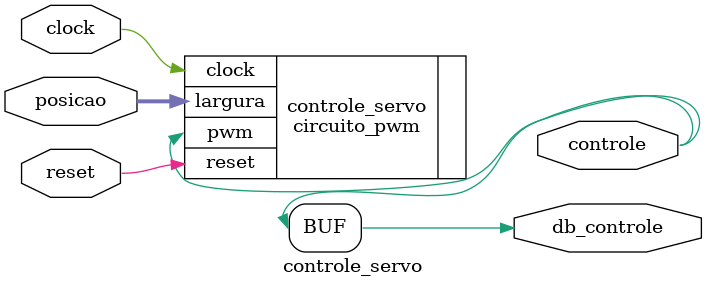
<source format=v>
module controle_servo (
    input wire clock,
    input wire reset,
    input wire [1:0] posicao,
    output wire controle,
    output wire db_controle
);

      circuito_pwm #(           
        .conf_periodo(1000000), 
        .largura_00  (0      ), 
        .largura_01  (50000  ),  
        .largura_10  (75000 ), 
        .largura_11  (100000 )   
      ) controle_servo (
        .clock   (clock   ),
        .reset   (reset   ),
        .largura (posicao ),
        .pwm     (controle)
    );

    assign db_controle = controle;

endmodule
</source>
